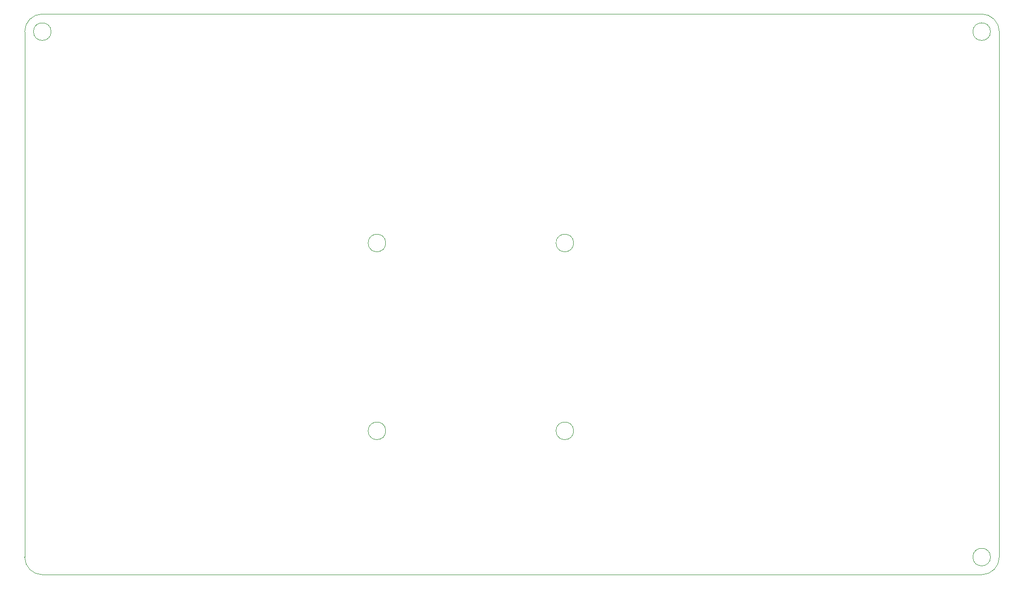
<source format=gbr>
G04 #@! TF.GenerationSoftware,KiCad,Pcbnew,(5.1.4)-1*
G04 #@! TF.CreationDate,2019-11-18T19:22:07+01:00*
G04 #@! TF.ProjectId,upuaut_2Nils,75707561-7574-45f3-924e-696c732e6b69,rev?*
G04 #@! TF.SameCoordinates,Original*
G04 #@! TF.FileFunction,Profile,NP*
%FSLAX46Y46*%
G04 Gerber Fmt 4.6, Leading zero omitted, Abs format (unit mm)*
G04 Created by KiCad (PCBNEW (5.1.4)-1) date 2019-11-18 19:22:07*
%MOMM*%
%LPD*%
G04 APERTURE LIST*
%ADD10C,0.100000*%
G04 APERTURE END LIST*
D10*
X62500000Y-53200000D02*
G75*
G02X65500000Y-50200000I3000000J0D01*
G01*
X65500000Y-145700000D02*
G75*
G02X62500000Y-142700000I0J3000000D01*
G01*
X228500000Y-142700000D02*
G75*
G02X225500000Y-145700000I-3000000J0D01*
G01*
X225500000Y-50200000D02*
G75*
G02X228500000Y-53200000I0J-3000000D01*
G01*
X67000000Y-53200000D02*
G75*
G03X67000000Y-53200000I-1500000J0D01*
G01*
X227000000Y-142700000D02*
G75*
G03X227000000Y-142700000I-1500000J0D01*
G01*
X227000000Y-53200000D02*
G75*
G03X227000000Y-53200000I-1500000J0D01*
G01*
X62500000Y-142700000D02*
X62500000Y-53200000D01*
X225500000Y-145700000D02*
X65500000Y-145700000D01*
X228500000Y-142200000D02*
X228500000Y-142700000D01*
X228500000Y-53200000D02*
X228500000Y-142200000D01*
X138500000Y-50200000D02*
X225500000Y-50200000D01*
X138500000Y-50200000D02*
X65500000Y-50200000D01*
X124000000Y-89200000D02*
G75*
G03X124000000Y-89200000I-1500000J0D01*
G01*
X156000000Y-89200000D02*
G75*
G03X156000000Y-89200000I-1500000J0D01*
G01*
X124000000Y-121200000D02*
G75*
G03X124000000Y-121200000I-1500000J0D01*
G01*
X156000000Y-121200000D02*
G75*
G03X156000000Y-121200000I-1500000J0D01*
G01*
M02*

</source>
